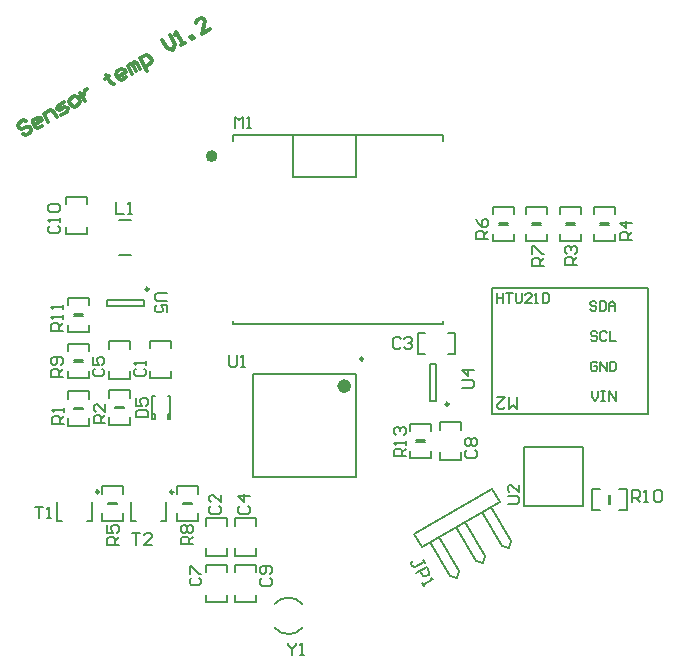
<source format=gbr>
%FSLAX43Y43*%
%MOMM*%
G71*
G01*
G75*
G04 Layer_Color=65535*
%ADD10R,1.500X2.500*%
%ADD11R,0.762X1.372*%
%ADD12R,1.372X0.864*%
%ADD13R,1.372X0.762*%
%ADD14R,0.864X1.372*%
%ADD15R,1.100X0.650*%
%ADD16R,1.300X2.700*%
%ADD17R,0.650X1.100*%
%ADD18R,0.900X0.950*%
%ADD19R,0.900X0.950*%
%ADD20O,0.550X1.750*%
%ADD21O,1.750X0.550*%
%ADD22R,2.032X2.032*%
%ADD23R,0.550X1.450*%
%ADD24C,0.200*%
%ADD25C,0.254*%
%ADD26P,2.121X4X75.0*%
%ADD27C,1.500*%
%ADD28C,2.700*%
%ADD29R,1.500X1.500*%
%ADD30C,1.300*%
%ADD31C,0.800*%
%ADD32C,6.000*%
%ADD33C,3.000*%
G04:AMPARAMS|DCode=34|XSize=2mm|YSize=1mm|CornerRadius=0mm|HoleSize=0mm|Usage=FLASHONLY|Rotation=150.000|XOffset=0mm|YOffset=0mm|HoleType=Round|Shape=Rectangle|*
%AMROTATEDRECTD34*
4,1,4,1.116,-0.067,0.616,-0.933,-1.116,0.067,-0.616,0.933,1.116,-0.067,0.0*
%
%ADD34ROTATEDRECTD34*%

G04:AMPARAMS|DCode=35|XSize=2mm|YSize=1mm|CornerRadius=0mm|HoleSize=0mm|Usage=FLASHONLY|Rotation=30.000|XOffset=0mm|YOffset=0mm|HoleType=Round|Shape=Rectangle|*
%AMROTATEDRECTD35*
4,1,4,-0.616,-0.933,-1.116,-0.067,0.616,0.933,1.116,0.067,-0.616,-0.933,0.0*
%
%ADD35ROTATEDRECTD35*%

%ADD36C,2.000*%
%ADD37C,0.250*%
%ADD38C,0.600*%
%ADD39C,0.508*%
%ADD40C,0.152*%
%ADD41C,0.150*%
%ADD42C,0.300*%
D24*
X-5430Y-26622D02*
G03*
X-3086Y-26606I1165J1022D01*
G01*
X-3096Y-24594D02*
G03*
X-5440Y-24578I-1179J-1006D01*
G01*
X15700Y-16325D02*
X18300D01*
X15700D02*
Y-11325D01*
X20700D01*
Y-16325D02*
Y-11325D01*
X18200Y-16325D02*
X20700D01*
X7020Y-19735D02*
X13619Y-15925D01*
X12984Y-14825D02*
X13619Y-15925D01*
X6385Y-18635D02*
X7020Y-19735D01*
X6385Y-18635D02*
X12984Y-14825D01*
X7753Y-19311D02*
X9447Y-22244D01*
X10025Y-22399D01*
X10180Y-21821D01*
X8487Y-18888D02*
X10180Y-21821D01*
X9953Y-18041D02*
X11646Y-20974D01*
X12225Y-21129D01*
X12380Y-20551D01*
X10686Y-17618D02*
X12380Y-20551D01*
X12153Y-16771D02*
X13846Y-19704D01*
X14424Y-19859D01*
X14579Y-19281D01*
X12886Y-16348D02*
X14579Y-19281D01*
X12937Y2169D02*
X26145D01*
X12937Y-8499D02*
Y2169D01*
Y-8499D02*
X26145D01*
Y2169D01*
X7700Y-7400D02*
Y-4300D01*
X8200Y-7400D02*
Y-4300D01*
X7700D02*
X8200D01*
X7700Y-7400D02*
X8200D01*
X-18625Y4925D02*
X-17625D01*
X-18625Y7925D02*
X-17625D01*
X-19625Y600D02*
X-16525D01*
X-19625Y1100D02*
X-16525D01*
X-19625Y600D02*
Y1100D01*
X-16525Y600D02*
Y1100D01*
X-17600Y-17575D02*
Y-15950D01*
X-14600Y-17575D02*
Y-15950D01*
X-15050Y-17575D02*
X-14600D01*
X-17600D02*
X-17150D01*
X-23900Y-17550D02*
Y-15925D01*
X-20900Y-17550D02*
Y-15925D01*
X-21350Y-17550D02*
X-20900D01*
X-23900D02*
X-23450D01*
X-7250Y-5150D02*
X1450D01*
X-7250Y-13850D02*
X1450D01*
Y-5150D01*
X-7250Y-13850D02*
Y-5150D01*
X8780Y-900D02*
Y-646D01*
X-9000Y-900D02*
Y-646D01*
X8780Y14594D02*
Y15102D01*
X-9000Y14594D02*
Y15102D01*
X8780D01*
X-9000Y-900D02*
X8780D01*
X-3920Y11546D02*
Y15102D01*
Y11546D02*
X1414D01*
Y15102D01*
X-15600Y-8925D02*
Y-8525D01*
X-15800D02*
X-15600D01*
X-14500D02*
X-14300D01*
X-14500Y-8925D02*
Y-8525D01*
X-14300Y-8925D02*
Y-7025D01*
X-15800Y-8925D02*
Y-7025D01*
X-14500D02*
X-14300D01*
X-14500Y-8925D02*
X-14300D01*
X-15800Y-7025D02*
X-15600D01*
X-15800Y-8925D02*
X-15600D01*
X24825Y-15950D02*
Y-14950D01*
X25325D01*
X25491Y-15117D01*
Y-15450D01*
X25325Y-15617D01*
X24825D01*
X25158D02*
X25491Y-15950D01*
X25825D02*
X26158D01*
X25991D01*
Y-14950D01*
X25825Y-15117D01*
X26658D02*
X26824Y-14950D01*
X27158D01*
X27324Y-15117D01*
Y-15783D01*
X27158Y-15950D01*
X26824D01*
X26658Y-15783D01*
Y-15117D01*
X15075Y-7075D02*
Y-8075D01*
X14742Y-7741D01*
X14409Y-8075D01*
Y-7075D01*
X13409D02*
X14075D01*
X13409Y-7741D01*
Y-7908D01*
X13575Y-8075D01*
X13909D01*
X14075Y-7908D01*
X7249Y-21152D02*
X7082Y-20864D01*
X7166Y-21008D01*
X6444Y-21425D01*
X6217Y-21364D01*
X6133Y-21219D01*
X6194Y-20992D01*
X6550Y-21941D02*
X7416Y-21441D01*
X7666Y-21874D01*
X7605Y-22101D01*
X7316Y-22268D01*
X7088Y-22207D01*
X6838Y-21774D01*
X7050Y-22806D02*
X7216Y-23095D01*
X7133Y-22951D01*
X7999Y-22451D01*
X7771Y-22390D01*
X5650Y-12100D02*
X4650D01*
Y-11600D01*
X4817Y-11434D01*
X5150D01*
X5317Y-11600D01*
Y-12100D01*
Y-11767D02*
X5650Y-11434D01*
Y-11100D02*
Y-10767D01*
Y-10934D01*
X4650D01*
X4817Y-11100D01*
Y-10267D02*
X4650Y-10101D01*
Y-9767D01*
X4817Y-9601D01*
X4984D01*
X5150Y-9767D01*
Y-9934D01*
Y-9767D01*
X5317Y-9601D01*
X5483D01*
X5650Y-9767D01*
Y-10101D01*
X5483Y-10267D01*
X-4300Y-27900D02*
Y-28067D01*
X-3967Y-28400D01*
X-3634Y-28067D01*
Y-27900D01*
X-3967Y-28400D02*
Y-28900D01*
X-3300D02*
X-2967D01*
X-3134D01*
Y-27900D01*
X-3300Y-28067D01*
X-24433Y7441D02*
X-24600Y7275D01*
Y6942D01*
X-24433Y6775D01*
X-23767D01*
X-23600Y6942D01*
Y7275D01*
X-23767Y7441D01*
X-23600Y7775D02*
Y8108D01*
Y7941D01*
X-24600D01*
X-24433Y7775D01*
Y8608D02*
X-24600Y8774D01*
Y9108D01*
X-24433Y9274D01*
X-23767D01*
X-23600Y9108D01*
Y8774D01*
X-23767Y8608D01*
X-24433D01*
X-6508Y-22409D02*
X-6675Y-22575D01*
Y-22908D01*
X-6508Y-23075D01*
X-5842D01*
X-5675Y-22908D01*
Y-22575D01*
X-5842Y-22409D01*
Y-22075D02*
X-5675Y-21909D01*
Y-21575D01*
X-5842Y-21409D01*
X-6508D01*
X-6675Y-21575D01*
Y-21909D01*
X-6508Y-22075D01*
X-6341D01*
X-6175Y-21909D01*
Y-21409D01*
X-8800Y15675D02*
Y16675D01*
X-8467Y16341D01*
X-8134Y16675D01*
Y15675D01*
X-7800D02*
X-7467D01*
X-7634D01*
Y16675D01*
X-7800Y16508D01*
X14275Y-16150D02*
X15108D01*
X15275Y-15983D01*
Y-15650D01*
X15108Y-15484D01*
X14275D01*
X15275Y-14484D02*
Y-15150D01*
X14609Y-14484D01*
X14442D01*
X14275Y-14650D01*
Y-14984D01*
X14442Y-15150D01*
X-19775Y-9300D02*
X-20775D01*
Y-8800D01*
X-20608Y-8634D01*
X-20275D01*
X-20108Y-8800D01*
Y-9300D01*
Y-8967D02*
X-19775Y-8634D01*
Y-7634D02*
Y-8300D01*
X-20441Y-7634D01*
X-20608D01*
X-20775Y-7800D01*
Y-8134D01*
X-20608Y-8300D01*
X20125Y4075D02*
X19125D01*
Y4575D01*
X19292Y4741D01*
X19625D01*
X19792Y4575D01*
Y4075D01*
Y4408D02*
X20125Y4741D01*
X19292Y5075D02*
X19125Y5241D01*
Y5575D01*
X19292Y5741D01*
X19459D01*
X19625Y5575D01*
Y5408D01*
Y5575D01*
X19792Y5741D01*
X19958D01*
X20125Y5575D01*
Y5241D01*
X19958Y5075D01*
X-23350Y-1450D02*
X-24350D01*
Y-950D01*
X-24183Y-784D01*
X-23850D01*
X-23683Y-950D01*
Y-1450D01*
Y-1117D02*
X-23350Y-784D01*
Y-450D02*
Y-117D01*
Y-284D01*
X-24350D01*
X-24183Y-450D01*
X-23350Y383D02*
Y716D01*
Y549D01*
X-24350D01*
X-24183Y383D01*
X-23375Y-5350D02*
X-24375D01*
Y-4850D01*
X-24208Y-4684D01*
X-23875D01*
X-23708Y-4850D01*
Y-5350D01*
Y-5017D02*
X-23375Y-4684D01*
X-23542Y-4350D02*
X-23375Y-4184D01*
Y-3850D01*
X-23542Y-3684D01*
X-24208D01*
X-24375Y-3850D01*
Y-4184D01*
X-24208Y-4350D01*
X-24041D01*
X-23875Y-4184D01*
Y-3684D01*
X-12350Y-19550D02*
X-13350D01*
Y-19050D01*
X-13183Y-18884D01*
X-12850D01*
X-12683Y-19050D01*
Y-19550D01*
Y-19217D02*
X-12350Y-18884D01*
X-13183Y-18550D02*
X-13350Y-18384D01*
Y-18050D01*
X-13183Y-17884D01*
X-13016D01*
X-12850Y-18050D01*
X-12683Y-17884D01*
X-12517D01*
X-12350Y-18050D01*
Y-18384D01*
X-12517Y-18550D01*
X-12683D01*
X-12850Y-18384D01*
X-13016Y-18550D01*
X-13183D01*
X-12850Y-18384D02*
Y-18050D01*
X17350Y4025D02*
X16350D01*
Y4525D01*
X16517Y4691D01*
X16850D01*
X17017Y4525D01*
Y4025D01*
Y4358D02*
X17350Y4691D01*
X16350Y5025D02*
Y5691D01*
X16517D01*
X17183Y5025D01*
X17350D01*
X12600Y6300D02*
X11600D01*
Y6800D01*
X11767Y6966D01*
X12100D01*
X12267Y6800D01*
Y6300D01*
Y6633D02*
X12600Y6966D01*
X11600Y7966D02*
X11767Y7633D01*
X12100Y7300D01*
X12433D01*
X12600Y7466D01*
Y7800D01*
X12433Y7966D01*
X12267D01*
X12100Y7800D01*
Y7300D01*
X24775Y6200D02*
X23775D01*
Y6700D01*
X23942Y6866D01*
X24275D01*
X24442Y6700D01*
Y6200D01*
Y6533D02*
X24775Y6866D01*
Y7700D02*
X23775D01*
X24275Y7200D01*
Y7866D01*
X5216Y-2192D02*
X5050Y-2025D01*
X4717D01*
X4550Y-2192D01*
Y-2858D01*
X4717Y-3025D01*
X5050D01*
X5216Y-2858D01*
X5550Y-2192D02*
X5716Y-2025D01*
X6050D01*
X6216Y-2192D01*
Y-2359D01*
X6050Y-2525D01*
X5883D01*
X6050D01*
X6216Y-2692D01*
Y-2858D01*
X6050Y-3025D01*
X5716D01*
X5550Y-2858D01*
X-17158Y-4659D02*
X-17325Y-4825D01*
Y-5158D01*
X-17158Y-5325D01*
X-16492D01*
X-16325Y-5158D01*
Y-4825D01*
X-16492Y-4659D01*
X-16325Y-4325D02*
Y-3992D01*
Y-4159D01*
X-17325D01*
X-17158Y-4325D01*
X-9300Y-3500D02*
Y-4333D01*
X-9133Y-4500D01*
X-8800D01*
X-8634Y-4333D01*
Y-3500D01*
X-8300Y-4500D02*
X-7967D01*
X-8134D01*
Y-3500D01*
X-8300Y-3667D01*
X-23250Y-9325D02*
X-24250D01*
Y-8825D01*
X-24083Y-8659D01*
X-23750D01*
X-23583Y-8825D01*
Y-9325D01*
Y-8992D02*
X-23250Y-8659D01*
Y-8325D02*
Y-7992D01*
Y-8159D01*
X-24250D01*
X-24083Y-8325D01*
X-8383Y-16309D02*
X-8550Y-16475D01*
Y-16808D01*
X-8383Y-16975D01*
X-7717D01*
X-7550Y-16808D01*
Y-16475D01*
X-7717Y-16309D01*
X-7550Y-15475D02*
X-8550D01*
X-8050Y-15975D01*
Y-15309D01*
X-12483Y-22359D02*
X-12650Y-22525D01*
Y-22858D01*
X-12483Y-23025D01*
X-11817D01*
X-11650Y-22858D01*
Y-22525D01*
X-11817Y-22359D01*
X-12650Y-22025D02*
Y-21359D01*
X-12483D01*
X-11817Y-22025D01*
X-11650D01*
X10867Y-11534D02*
X10700Y-11700D01*
Y-12033D01*
X10867Y-12200D01*
X11533D01*
X11700Y-12033D01*
Y-11700D01*
X11533Y-11534D01*
X10867Y-11200D02*
X10700Y-11034D01*
Y-10700D01*
X10867Y-10534D01*
X11034D01*
X11200Y-10700D01*
X11367Y-10534D01*
X11533D01*
X11700Y-10700D01*
Y-11034D01*
X11533Y-11200D01*
X11367D01*
X11200Y-11034D01*
X11034Y-11200D01*
X10867D01*
X11200Y-11034D02*
Y-10700D01*
X-10808Y-16334D02*
X-10975Y-16500D01*
Y-16833D01*
X-10808Y-17000D01*
X-10142D01*
X-9975Y-16833D01*
Y-16500D01*
X-10142Y-16334D01*
X-9975Y-15334D02*
Y-16000D01*
X-10641Y-15334D01*
X-10808D01*
X-10975Y-15500D01*
Y-15834D01*
X-10808Y-16000D01*
X10425Y-6325D02*
X11258D01*
X11425Y-6158D01*
Y-5825D01*
X11258Y-5659D01*
X10425D01*
X11425Y-4825D02*
X10425D01*
X10925Y-5325D01*
Y-4659D01*
X-20683Y-4659D02*
X-20850Y-4825D01*
Y-5158D01*
X-20683Y-5325D01*
X-20017D01*
X-19850Y-5158D01*
Y-4825D01*
X-20017Y-4659D01*
X-20850Y-3659D02*
Y-4325D01*
X-20350D01*
X-20516Y-3992D01*
Y-3825D01*
X-20350Y-3659D01*
X-20017D01*
X-19850Y-3825D01*
Y-4159D01*
X-20017Y-4325D01*
X-18600Y-19575D02*
X-19600D01*
Y-19075D01*
X-19433Y-18909D01*
X-19100D01*
X-18933Y-19075D01*
Y-19575D01*
Y-19242D02*
X-18600Y-18909D01*
X-19600Y-17909D02*
Y-18575D01*
X-19100D01*
X-19266Y-18242D01*
Y-18075D01*
X-19100Y-17909D01*
X-18767D01*
X-18600Y-18075D01*
Y-18409D01*
X-18767Y-18575D01*
X-25700Y-16350D02*
X-25034D01*
X-25367D01*
Y-17350D01*
X-24700D02*
X-24367D01*
X-24534D01*
Y-16350D01*
X-24700Y-16517D01*
X-17525Y-18575D02*
X-16859D01*
X-17192D01*
Y-19575D01*
X-15859D02*
X-16525D01*
X-15859Y-18909D01*
Y-18742D01*
X-16025Y-18575D01*
X-16359D01*
X-16525Y-18742D01*
X-14550Y1750D02*
X-15383D01*
X-15550Y1583D01*
Y1250D01*
X-15383Y1084D01*
X-14550D01*
Y84D02*
Y750D01*
X-15050D01*
X-14884Y417D01*
Y250D01*
X-15050Y84D01*
X-15383D01*
X-15550Y250D01*
Y584D01*
X-15383Y750D01*
X-18850Y9450D02*
Y8450D01*
X-18184D01*
X-17850D02*
X-17517D01*
X-17684D01*
Y9450D01*
X-17850Y9283D01*
X-17150Y-8800D02*
X-16150D01*
Y-8300D01*
X-16317Y-8134D01*
X-16983D01*
X-17150Y-8300D01*
Y-8800D01*
Y-7134D02*
Y-7800D01*
X-16650D01*
X-16816Y-7467D01*
Y-7300D01*
X-16650Y-7134D01*
X-16317D01*
X-16150Y-7300D01*
Y-7634D01*
X-16317Y-7800D01*
D37*
X9275Y-7675D02*
G03*
X9275Y-7675I-125J0D01*
G01*
X-16125Y2050D02*
G03*
X-16125Y2050I-125J0D01*
G01*
X-14025Y-15125D02*
G03*
X-14025Y-15125I-125J0D01*
G01*
X-20325Y-15100D02*
G03*
X-20325Y-15100I-125J0D01*
G01*
X2050Y-3850D02*
G03*
X2050Y-3850I-125J0D01*
G01*
D38*
X750Y-6150D02*
G03*
X750Y-6150I-300J0D01*
G01*
D39*
X-10524Y13324D02*
G03*
X-10524Y13324I-254J0D01*
G01*
D40*
X22837Y-16106D02*
Y-15344D01*
X22963Y-16106D02*
Y-15344D01*
X21440Y-16614D02*
Y-14836D01*
Y-16614D02*
X22074D01*
X21440Y-14836D02*
X22074D01*
X23726D02*
X24361D01*
X23726Y-16614D02*
X24361D01*
Y-14836D01*
X-23139Y6688D02*
X-21361D01*
Y7323D01*
X-23139Y6688D02*
Y7323D01*
Y9227D02*
Y9863D01*
X-21361Y9227D02*
Y9863D01*
X-23139D02*
X-21361D01*
X-22939Y-9486D02*
X-21161D01*
X-22939D02*
Y-8851D01*
X-21161Y-9486D02*
Y-8851D01*
Y-7200D02*
Y-6564D01*
X-22939Y-7200D02*
Y-6564D01*
X-21161D01*
X-22431Y-8089D02*
X-21669D01*
X-22431Y-7962D02*
X-21669D01*
X-11289Y-24438D02*
X-9511D01*
X-11289D02*
Y-23802D01*
X-9511Y-24438D02*
Y-23802D01*
Y-21897D02*
Y-21263D01*
X-11289Y-21897D02*
Y-21263D01*
X-9511D01*
X-8814D02*
X-7036D01*
X-8814Y-21897D02*
Y-21263D01*
X-7036Y-21897D02*
Y-21263D01*
Y-24438D02*
Y-23802D01*
X-8814Y-24438D02*
Y-23802D01*
Y-24438D02*
X-7036D01*
X-19464Y-6490D02*
X-17686D01*
Y-7124D02*
Y-6490D01*
X-19464Y-7124D02*
Y-6490D01*
Y-9410D02*
Y-8776D01*
X-17686Y-9410D02*
Y-8776D01*
X-19464Y-9410D02*
X-17686D01*
X-18956Y-7886D02*
X-18194D01*
X-18956Y-8014D02*
X-18194D01*
X-22914Y1336D02*
X-21136D01*
Y701D02*
Y1336D01*
X-22914Y701D02*
Y1336D01*
Y-1586D02*
Y-951D01*
X-21136Y-1586D02*
Y-951D01*
X-22914Y-1586D02*
X-21136D01*
X-22406Y-62D02*
X-21644D01*
X-22406Y-189D02*
X-21644D01*
X-22939Y-2565D02*
X-21161D01*
Y-3200D02*
Y-2565D01*
X-22939Y-3200D02*
Y-2565D01*
Y-5485D02*
Y-4851D01*
X-21161Y-5485D02*
Y-4851D01*
X-22939Y-5485D02*
X-21161D01*
X-22431Y-3961D02*
X-21669D01*
X-22431Y-4089D02*
X-21669D01*
X-13739Y-17535D02*
X-11961D01*
X-13739D02*
Y-16900D01*
X-11961Y-17535D02*
Y-16900D01*
Y-15250D02*
Y-14615D01*
X-13739Y-15250D02*
Y-14615D01*
X-11961D01*
X-13231Y-16139D02*
X-12469D01*
X-13231Y-16011D02*
X-12469D01*
X15861Y6115D02*
X17639D01*
X15861D02*
Y6749D01*
X17639Y6115D02*
Y6749D01*
Y8401D02*
Y9035D01*
X15861Y8401D02*
Y9035D01*
X17639D01*
X16369Y7511D02*
X17131D01*
X16369Y7639D02*
X17131D01*
X13011Y6115D02*
X14789D01*
X13011D02*
Y6749D01*
X14789Y6115D02*
Y6749D01*
Y8401D02*
Y9035D01*
X13011Y8401D02*
Y9035D01*
X14789D01*
X13519Y7511D02*
X14281D01*
X13519Y7639D02*
X14281D01*
X9837Y-3439D02*
Y-1661D01*
X9203Y-3439D02*
X9837D01*
X9203Y-1661D02*
X9837D01*
X6662D02*
X7298D01*
X6662Y-3439D02*
X7298D01*
X6662D02*
Y-1661D01*
X-8839Y-17337D02*
X-7061D01*
Y-17972D02*
Y-17337D01*
X-8839Y-17972D02*
Y-17337D01*
Y-20513D02*
Y-19878D01*
X-7061Y-20513D02*
Y-19878D01*
X-8839Y-20513D02*
X-7061D01*
X8586Y-9212D02*
X10364D01*
X8586Y-9847D02*
Y-9212D01*
X10364Y-9847D02*
Y-9212D01*
Y-12387D02*
Y-11752D01*
X8586Y-12387D02*
Y-11752D01*
Y-12387D02*
X10364D01*
X-11289Y-20513D02*
X-9511D01*
Y-19878D01*
X-11289Y-20513D02*
Y-19878D01*
Y-17972D02*
Y-17337D01*
X-9511Y-17972D02*
Y-17337D01*
X-11289D02*
X-9511D01*
X-19489Y-2338D02*
X-17711D01*
Y-2973D02*
Y-2338D01*
X-19489Y-2973D02*
Y-2338D01*
Y-5512D02*
Y-4878D01*
X-17711Y-5512D02*
Y-4878D01*
X-19489Y-5512D02*
X-17711D01*
X-15964Y-5488D02*
X-14186D01*
X-15964D02*
Y-4852D01*
X-14186Y-5488D02*
Y-4852D01*
Y-2947D02*
Y-2312D01*
X-15964Y-2947D02*
Y-2312D01*
X-14186D01*
X-20039Y-17535D02*
X-18261D01*
X-20039D02*
Y-16900D01*
X-18261Y-17535D02*
Y-16900D01*
Y-15250D02*
Y-14615D01*
X-20039Y-15250D02*
Y-14615D01*
X-18261D01*
X-19531Y-16139D02*
X-18769D01*
X-19531Y-16011D02*
X-18769D01*
X18711Y6115D02*
X20489D01*
X18711D02*
Y6749D01*
X20489Y6115D02*
Y6749D01*
Y8401D02*
Y9035D01*
X18711Y8401D02*
Y9035D01*
X20489D01*
X19219Y7511D02*
X19981D01*
X19219Y7639D02*
X19981D01*
X21561Y6115D02*
X23339D01*
X21561D02*
Y6749D01*
X23339Y6115D02*
Y6749D01*
Y8401D02*
Y9035D01*
X21561Y8401D02*
Y9035D01*
X23339D01*
X22069Y7511D02*
X22831D01*
X22069Y7639D02*
X22831D01*
X6519Y-10863D02*
X7281D01*
X6519Y-10736D02*
X7281D01*
X6011Y-12260D02*
X7789D01*
Y-11625D01*
X6011Y-12260D02*
Y-11625D01*
Y-9974D02*
Y-9340D01*
X7789Y-9974D02*
Y-9340D01*
X6011D02*
X7789D01*
D41*
X13375Y1725D02*
Y925D01*
Y1325D01*
X13908D01*
Y1725D01*
Y925D01*
X14175Y1725D02*
X14708D01*
X14441D01*
Y925D01*
X14974Y1725D02*
Y1058D01*
X15108Y925D01*
X15374D01*
X15508Y1058D01*
Y1725D01*
X16307Y925D02*
X15774D01*
X16307Y1458D01*
Y1591D01*
X16174Y1725D01*
X15908D01*
X15774Y1591D01*
X16574Y925D02*
X16841D01*
X16707D01*
Y1725D01*
X16574Y1591D01*
X17240Y1725D02*
Y925D01*
X17640D01*
X17774Y1058D01*
Y1591D01*
X17640Y1725D01*
X17240D01*
X21425Y-6575D02*
Y-7108D01*
X21692Y-7375D01*
X21958Y-7108D01*
Y-6575D01*
X22225D02*
X22491D01*
X22358D01*
Y-7375D01*
X22225D01*
X22491D01*
X22891D02*
Y-6575D01*
X23424Y-7375D01*
Y-6575D01*
X21858Y-4209D02*
X21725Y-4075D01*
X21458D01*
X21325Y-4209D01*
Y-4742D01*
X21458Y-4875D01*
X21725D01*
X21858Y-4742D01*
Y-4475D01*
X21592D01*
X22125Y-4875D02*
Y-4075D01*
X22658Y-4875D01*
Y-4075D01*
X22924D02*
Y-4875D01*
X23324D01*
X23458Y-4742D01*
Y-4209D01*
X23324Y-4075D01*
X22924D01*
X21858Y-1634D02*
X21725Y-1500D01*
X21458D01*
X21325Y-1634D01*
Y-1767D01*
X21458Y-1900D01*
X21725D01*
X21858Y-2033D01*
Y-2167D01*
X21725Y-2300D01*
X21458D01*
X21325Y-2167D01*
X22658Y-1634D02*
X22525Y-1500D01*
X22258D01*
X22125Y-1634D01*
Y-2167D01*
X22258Y-2300D01*
X22525D01*
X22658Y-2167D01*
X22924Y-1500D02*
Y-2300D01*
X23458D01*
X21808Y916D02*
X21675Y1050D01*
X21408D01*
X21275Y916D01*
Y783D01*
X21408Y650D01*
X21675D01*
X21808Y517D01*
Y383D01*
X21675Y250D01*
X21408D01*
X21275Y383D01*
X22075Y1050D02*
Y250D01*
X22475D01*
X22608Y383D01*
Y916D01*
X22475Y1050D01*
X22075D01*
X22874Y250D02*
Y783D01*
X23141Y1050D01*
X23408Y783D01*
Y250D01*
Y650D01*
X22874D01*
D42*
X-26482Y16266D02*
X-26755Y16339D01*
X-27102Y16139D01*
X-27175Y15866D01*
X-27075Y15693D01*
X-26802Y15619D01*
X-26455Y15819D01*
X-26182Y15746D01*
X-26082Y15573D01*
X-26156Y15300D01*
X-26502Y15100D01*
X-26775Y15173D01*
X-25117Y15900D02*
X-25463Y15700D01*
X-25736Y15773D01*
X-25936Y16119D01*
X-25863Y16392D01*
X-25517Y16592D01*
X-25243Y16519D01*
X-25143Y16346D01*
X-25836Y15946D01*
X-24597Y16200D02*
X-24997Y16892D01*
X-24478Y17192D01*
X-24205Y17119D01*
X-23905Y16599D01*
X-23558Y16799D02*
X-23039Y17099D01*
X-22966Y17372D01*
X-23239Y17446D01*
X-23585Y17246D01*
X-23858Y17319D01*
X-23785Y17592D01*
X-23266Y17892D01*
X-22346Y17499D02*
X-22000Y17699D01*
X-21927Y17972D01*
X-22127Y18319D01*
X-22400Y18392D01*
X-22746Y18192D01*
X-22819Y17919D01*
X-22619Y17572D01*
X-22346Y17499D01*
X-21880Y18692D02*
X-21481Y17999D01*
X-21680Y18345D01*
X-21607Y18618D01*
X-21534Y18892D01*
X-21361Y18992D01*
X-19729Y20164D02*
X-19629Y19991D01*
X-19803Y19891D01*
X-19456Y20091D01*
X-19629Y19991D01*
X-19330Y19472D01*
X-19056Y19399D01*
X-18018Y19998D02*
X-18364Y19798D01*
X-18637Y19872D01*
X-18837Y20218D01*
X-18764Y20491D01*
X-18417Y20691D01*
X-18144Y20618D01*
X-18044Y20445D01*
X-18737Y20045D01*
X-17498Y20298D02*
X-17898Y20991D01*
X-17725Y21091D01*
X-17452Y21018D01*
X-17152Y20498D01*
X-17452Y21018D01*
X-17379Y21291D01*
X-17105Y21218D01*
X-16806Y20698D01*
X-16259Y20552D02*
X-16859Y21591D01*
X-16340Y21891D01*
X-16067Y21817D01*
X-15867Y21471D01*
X-15940Y21198D01*
X-16459Y20898D01*
X-14981Y23137D02*
X-14581Y22444D01*
X-14035Y22298D01*
X-13889Y22844D01*
X-14289Y23536D01*
X-13343Y22698D02*
X-12996Y22897D01*
X-13169Y22797D01*
X-13769Y23836D01*
X-13842Y23563D01*
X-12477Y23197D02*
X-12577Y23371D01*
X-12404Y23470D01*
X-12304Y23297D01*
X-12477Y23197D01*
X-10918Y24097D02*
X-11611Y23697D01*
X-11318Y24790D01*
X-11418Y24963D01*
X-11691Y25036D01*
X-12038Y24836D01*
X-12111Y24563D01*
M02*

</source>
